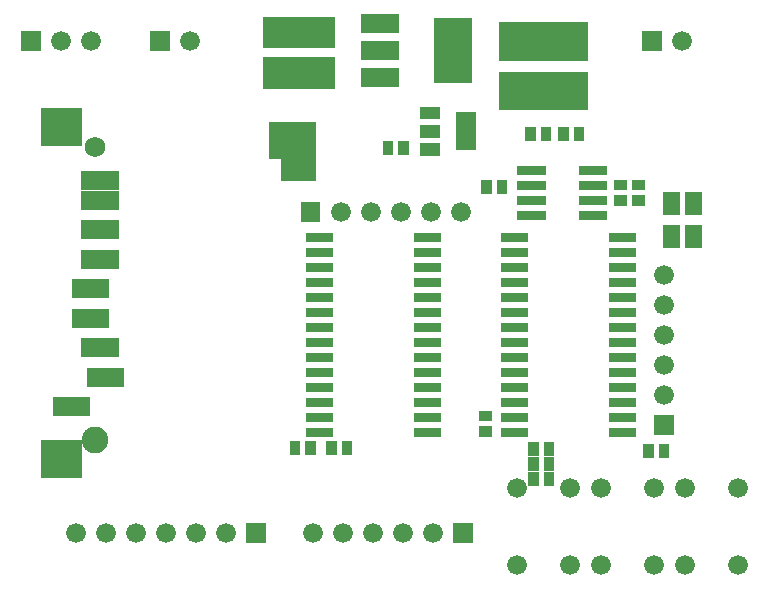
<source format=gbr>
G04 start of page 4 for group -4063 idx -4063 *
G04 Title: (unknown), componentmask *
G04 Creator: pcb 20091103 *
G04 CreationDate: Sun 29 Aug 2010 13:54:54 GMT UTC *
G04 For: thomas *
G04 Format: Gerber/RS-274X *
G04 PCB-Dimensions: 600000 500000 *
G04 PCB-Coordinate-Origin: lower left *
%MOIN*%
%FSLAX25Y25*%
%LNFRONTMASK*%
%ADD14C,0.0200*%
%ADD36C,0.0660*%
%ADD37C,0.0887*%
%ADD38C,0.0690*%
%ADD39R,0.0430X0.0430*%
%ADD40R,0.1263X0.1263*%
%ADD41R,0.0633X0.0633*%
%ADD42R,0.0300X0.0300*%
%ADD43R,0.0355X0.0355*%
%ADD44R,0.0570X0.0570*%
%ADD45R,0.0620X0.0620*%
%ADD46R,0.0594X0.0594*%
%ADD47R,0.0751X0.0751*%
%ADD48R,0.1050X0.1050*%
%ADD49R,0.1290X0.1290*%
%ADD50R,0.0670X0.0670*%
%ADD51R,0.1280X0.1280*%
G54D36*X240000Y323000D03*
X257717Y297409D03*
Y323000D03*
X240000Y297409D03*
X212000Y323000D03*
X229717Y297409D03*
Y323000D03*
X212000Y297409D03*
X201717D03*
Y323000D03*
G54D14*G36*
X111833Y418395D02*Y411795D01*
X118433D01*
Y418395D01*
X111833D01*
G37*
G54D36*X125133Y415095D03*
X135133D03*
X145133D03*
X155133D03*
G54D14*G36*
X61700Y475300D02*Y468700D01*
X68300D01*
Y475300D01*
X61700D01*
G37*
G54D36*X75000Y472000D03*
G54D37*X43275Y339079D03*
G54D38*Y436717D03*
G54D14*G36*
X18700Y475300D02*Y468700D01*
X25300D01*
Y475300D01*
X18700D01*
G37*
G54D36*X32000Y472000D03*
X42000D03*
X165133Y415095D03*
G54D14*G36*
X225700Y475300D02*Y468700D01*
X232300D01*
Y475300D01*
X225700D01*
G37*
G54D36*X239000Y472000D03*
G54D14*G36*
X229700Y347300D02*Y340700D01*
X236300D01*
Y347300D01*
X229700D01*
G37*
G54D36*X233000Y354000D03*
Y364000D03*
Y374000D03*
Y384000D03*
Y394000D03*
X184000Y323000D03*
Y297409D03*
G54D14*G36*
X162700Y311300D02*Y304700D01*
X169300D01*
Y311300D01*
X162700D01*
G37*
G54D36*X156000Y308000D03*
X146000D03*
X136000D03*
X126000D03*
X116000D03*
G54D14*G36*
X93700Y311300D02*Y304700D01*
X100300D01*
Y311300D01*
X93700D01*
G37*
G54D36*X87000Y308000D03*
X77000D03*
X67000D03*
X57000D03*
X47000D03*
X37000D03*
G54D39*X153600Y442000D02*X156000D01*
G54D40*X31464Y443410D02*X32645D01*
G54D41*X41898Y419000D02*X48000D01*
X41898Y425496D02*X48000D01*
X41898Y409157D02*X48000D01*
G54D42*X151133Y406595D02*X157133D01*
G54D43*X188441Y441492D02*Y440508D01*
G54D41*X41898Y399315D02*X48000D01*
G54D42*X115133Y406595D02*X121133D01*
X115133Y401595D02*X121133D01*
X115133Y396595D02*X121133D01*
X115133Y391595D02*X121133D01*
X115133Y386595D02*X121133D01*
X115133Y381595D02*X121133D01*
X115133Y376595D02*X121133D01*
X115133Y371595D02*X121133D01*
X115133Y366595D02*X121133D01*
X115133Y361595D02*X121133D01*
X115133Y356595D02*X121133D01*
G54D43*X173016Y347118D02*X174000D01*
X173016Y342000D02*X174000D01*
G54D42*X151133Y341595D02*X157133D01*
X151133Y346595D02*X157133D01*
X151133Y351595D02*X157133D01*
X151133Y356595D02*X157133D01*
X151133Y361595D02*X157133D01*
X151133Y366595D02*X157133D01*
X151133Y371595D02*X157133D01*
X151133Y376595D02*X157133D01*
X151133Y381595D02*X157133D01*
X151133Y386595D02*X157133D01*
X151133Y391595D02*X157133D01*
X151133Y396595D02*X157133D01*
X151133Y401595D02*X157133D01*
G54D43*X173882Y423984D02*Y423000D01*
X179000Y423984D02*Y423000D01*
G54D44*X242700Y408000D02*Y406000D01*
X235300Y408000D02*Y406000D01*
G54D42*X216133Y376595D02*X222133D01*
X216133Y381595D02*X222133D01*
X216133Y386595D02*X222133D01*
X216133Y391595D02*X222133D01*
X216133Y396595D02*X222133D01*
X216133Y401595D02*X222133D01*
X216133Y406595D02*X222133D01*
G54D43*X217984Y419000D02*X218968D01*
X224000D02*X224984D01*
G54D44*X235300D02*Y417000D01*
X242700Y419000D02*Y417000D01*
G54D43*X217984Y424118D02*X218968D01*
X224000D02*X224984D01*
G54D42*X216133Y341595D02*X222133D01*
X216133Y346595D02*X222133D01*
X216133Y351595D02*X222133D01*
X216133Y356595D02*X222133D01*
X216133Y361595D02*X222133D01*
X216133Y366595D02*X222133D01*
X216133Y371595D02*X222133D01*
X180133Y401595D02*X186133D01*
X180133Y396595D02*X186133D01*
X180133Y391595D02*X186133D01*
X180133Y386595D02*X186133D01*
X180133Y381595D02*X186133D01*
X180133Y406595D02*X186133D01*
X185500Y419000D02*X192000D01*
X185500Y414000D02*X192000D01*
X206000D02*X212500D01*
X206000Y419000D02*X212500D01*
X206000Y424000D02*X212500D01*
X206000Y429000D02*X212500D01*
X180133Y376595D02*X186133D01*
X180133Y371595D02*X186133D01*
X180133Y366595D02*X186133D01*
X180133Y361595D02*X186133D01*
X180133Y356595D02*X186133D01*
X180133Y351595D02*X186133D01*
X180133Y346595D02*X186133D01*
X180133Y341595D02*X186133D01*
G54D43*X189441Y326492D02*Y325508D01*
X194559Y326492D02*Y325508D01*
X189441Y331492D02*Y330508D01*
X194559Y331492D02*Y330508D01*
Y336492D02*Y335508D01*
X189441Y336492D02*Y335508D01*
X227882Y335984D02*Y335000D01*
X233000Y335984D02*Y335000D01*
X127236Y337000D02*Y336016D01*
X122118Y337000D02*Y336016D01*
X110000Y336984D02*Y336000D01*
X115118Y336984D02*Y336000D01*
G54D42*X115133Y351595D02*X121133D01*
X115133Y346595D02*X121133D01*
X115133Y341595D02*X121133D01*
G54D41*X32449Y350102D02*X38551D01*
G54D40*X31464Y332780D02*X32645D01*
G54D41*X43670Y359944D02*X49772D01*
X41898Y369787D02*X48000D01*
X38749Y379630D02*X44851D01*
X38749Y389472D02*X44851D01*
G54D43*X146118Y436984D02*Y436000D01*
X141000Y436984D02*Y436000D01*
G54D45*X135000Y478000D02*X141600D01*
X135000Y469000D02*X141600D01*
X135000Y459900D02*X141600D01*
G54D39*X153600Y448100D02*X156000D01*
X153600Y435900D02*X156000D01*
G54D46*X104297Y435734D02*X114139D01*
G54D47*X105085Y441245D02*X113353D01*
X109023Y429040D02*X113354D01*
G54D48*X104400Y461400D02*X118000D01*
X104400Y475000D02*X118000D01*
G54D49*X184400Y472000D02*X201000D01*
G54D50*X167000Y445000D02*Y439000D01*
G54D51*X162700Y473500D02*Y464500D01*
G54D49*X184400Y455400D02*X201000D01*
G54D42*X185500Y429000D02*X192000D01*
X185500Y424000D02*X192000D01*
G54D43*X199441Y441492D02*Y440508D01*
X204559Y441492D02*Y440508D01*
X193559Y441492D02*Y440508D01*
M02*

</source>
